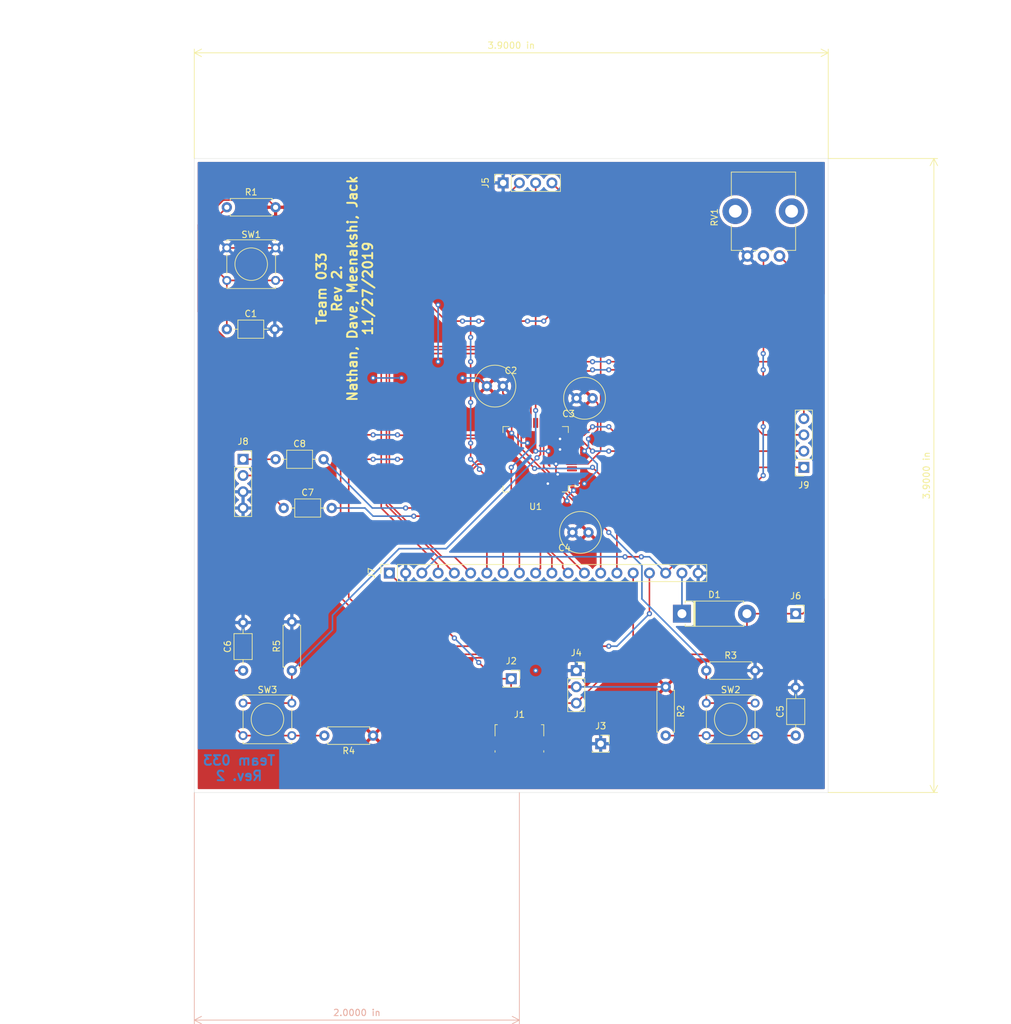
<source format=kicad_pcb>
(kicad_pcb (version 20171130) (host pcbnew 5.1.5-52549c5~84~ubuntu18.04.1)
  (layers (0 F.Cu signal) (31 B.Cu signal) (34 B.Paste user) (35 F.Paste user) (36 B.SilkS user) (37 F.SilkS user) (38 B.Mask user) (39 F.Mask user) (44 Edge.Cuts user))
  (net 0 "")
  (net 1 GND)
  (net 2 NRST)
  (net 3 VDD)
  (net 4 "Net-(C5-Pad1)")
  (net 5 "Net-(C6-Pad1)")
  (net 6 PA9)
  (net 7 "Net-(C7-Pad1)")
  (net 8 PA8)
  (net 9 "Net-(C8-Pad1)")
  (net 10 +5V)
  (net 11 "Net-(D1-Pad1)")
  (net 12 "Net-(J1-Pad4)")
  (net 13 PA14)
  (net 14 PA13)
  (net 15 "Net-(J7-Pad18)")
  (net 16 PB13)
  (net 17 PB12)
  (net 18 PB11)
  (net 19 PB10)
  (net 20 PB9)
  (net 21 PB8)
  (net 22 PB7)
  (net 23 PB6)
  (net 24 PB5)
  (net 25 PB4)
  (net 26 PB3)
  (net 27 PB2)
  (net 28 PB1)
  (net 29 PB0)
  (net 30 "Net-(J9-Pad4)")
  (net 31 "Net-(J9-Pad3)")
  (net 32 "Net-(J9-Pad2)")
  (net 33 "Net-(J9-Pad1)")
  (net 34 PA6)
  (net 35 PA7)
  (net 36 "Net-(U1-Pad54)")
  (net 37 "Net-(U1-Pad53)")
  (net 38 "Net-(U1-Pad52)")
  (net 39 "Net-(U1-Pad51)")
  (net 40 "Net-(U1-Pad50)")
  (net 41 "Net-(U1-Pad48)")
  (net 42 "Net-(U1-Pad47)")
  (net 43 "Net-(U1-Pad45)")
  (net 44 "Net-(U1-Pad44)")
  (net 45 "Net-(U1-Pad43)")
  (net 46 "Net-(U1-Pad40)")
  (net 47 "Net-(U1-Pad39)")
  (net 48 "Net-(U1-Pad38)")
  (net 49 "Net-(U1-Pad37)")
  (net 50 "Net-(U1-Pad36)")
  (net 51 "Net-(U1-Pad35)")
  (net 52 "Net-(U1-Pad25)")
  (net 53 "Net-(U1-Pad24)")
  (net 54 "Net-(U1-Pad21)")
  (net 55 "Net-(U1-Pad19)")
  (net 56 "Net-(U1-Pad18)")
  (net 57 "Net-(U1-Pad14)")
  (net 58 "Net-(U1-Pad11)")
  (net 59 "Net-(U1-Pad10)")
  (net 60 "Net-(U1-Pad9)")
  (net 61 "Net-(U1-Pad8)")
  (net 62 "Net-(U1-Pad6)")
  (net 63 "Net-(U1-Pad5)")
  (net 64 "Net-(U1-Pad4)")
  (net 65 "Net-(U1-Pad3)")
  (net 66 "Net-(U1-Pad2)")
  (module Capacitor_THT:C_Radial_D6.3mm_H5.0mm_P2.50mm (layer F.Cu) (at 149.86 92.71)
    (fp_text reference C2 (at 3.75 -2.42) (layer F.SilkS))
    (fp_text value C)
    (pad 2 thru_hole circle (at 2.5 0) (size 1.6 1.6) (drill 0.8) (layers *.Cu *.Mask) (net 1 GND))
    (pad 1 thru_hole circle (at 0 0) (size 1.6 1.6) (drill 0.8) (layers *.Cu *.Mask) (net 3 VDD))
  )
  (module Capacitor_THT:C_Radial_D6.3mm_H5.0mm_P2.50mm (layer F.Cu) (at 165.735 115.57 180)
    (fp_text reference C4 (at 3.75 -2.42) (layer F.SilkS))
    (fp_text value C)
    (pad 2 thru_hole circle (at 2.5 0 180) (size 1.6 1.6) (drill 0.8) (layers *.Cu *.Mask) (net 1 GND))
    (pad 1 thru_hole circle (at 0 0 180) (size 1.6 1.6) (drill 0.8) (layers *.Cu *.Mask) (net 3 VDD))
  )
  (module Capacitor_THT:C_Radial_D6.3mm_H5.0mm_P2.50mm (layer F.Cu) (at 166.37 94.615 180)
    (fp_text reference C3 (at 3.75 -2.42) (layer F.SilkS))
    (fp_text value C)
    (pad 2 thru_hole circle (at 2.5 0 180) (size 1.6 1.6) (drill 0.8) (layers *.Cu *.Mask) (net 1 GND))
    (pad 1 thru_hole circle (at 0 0 180) (size 1.6 1.6) (drill 0.8) (layers *.Cu *.Mask) (net 3 VDD))
  )
  (module Package_QFP:LQFP-64_10x10mm_P0.5mm (layer F.Cu) (at 157.48 104.14 180)
    (fp_text reference U1 (at 0 -7.4) (layer F.SilkS))
    (fp_text value STM32F051R8Tx)
    (pad 64 smd roundrect (at -3.75 -5.675 180) (size 0.3 1.55) (layers F.Cu F.Paste F.Mask) (net 3 VDD))
    (pad 63 smd roundrect (at -3.25 -5.675 180) (size 0.3 1.55) (layers F.Cu F.Paste F.Mask) (net 1 GND))
    (pad 62 smd roundrect (at -2.75 -5.675 180) (size 0.3 1.55) (layers F.Cu F.Paste F.Mask) (net 20 PB9))
    (pad 61 smd roundrect (at -2.25 -5.675 180) (size 0.3 1.55) (layers F.Cu F.Paste F.Mask) (net 21 PB8))
    (pad 60 smd roundrect (at -1.75 -5.675 180) (size 0.3 1.55) (layers F.Cu F.Paste F.Mask) (net 1 GND))
    (pad 59 smd roundrect (at -1.25 -5.675 180) (size 0.3 1.55) (layers F.Cu F.Paste F.Mask) (net 22 PB7))
    (pad 58 smd roundrect (at -0.75 -5.675 180) (size 0.3 1.55) (layers F.Cu F.Paste F.Mask) (net 23 PB6))
    (pad 57 smd roundrect (at -0.25 -5.675 180) (size 0.3 1.55) (layers F.Cu F.Paste F.Mask) (net 24 PB5))
    (pad 56 smd roundrect (at 0.25 -5.675 180) (size 0.3 1.55) (layers F.Cu F.Paste F.Mask) (net 25 PB4))
    (pad 55 smd roundrect (at 0.75 -5.675 180) (size 0.3 1.55) (layers F.Cu F.Paste F.Mask) (net 26 PB3))
    (pad 54 smd roundrect (at 1.25 -5.675 180) (size 0.3 1.55) (layers F.Cu F.Paste F.Mask) (net 36 "Net-(U1-Pad54)"))
    (pad 53 smd roundrect (at 1.75 -5.675 180) (size 0.3 1.55) (layers F.Cu F.Paste F.Mask) (net 37 "Net-(U1-Pad53)"))
    (pad 52 smd roundrect (at 2.25 -5.675 180) (size 0.3 1.55) (layers F.Cu F.Paste F.Mask) (net 38 "Net-(U1-Pad52)"))
    (pad 51 smd roundrect (at 2.75 -5.675 180) (size 0.3 1.55) (layers F.Cu F.Paste F.Mask) (net 39 "Net-(U1-Pad51)"))
    (pad 50 smd roundrect (at 3.25 -5.675 180) (size 0.3 1.55) (layers F.Cu F.Paste F.Mask) (net 40 "Net-(U1-Pad50)"))
    (pad 49 smd roundrect (at 3.75 -5.675 180) (size 0.3 1.55) (layers F.Cu F.Paste F.Mask) (net 13 PA14))
    (pad 48 smd roundrect (at 5.675 -3.75 180) (size 1.55 0.3) (layers F.Cu F.Paste F.Mask) (net 41 "Net-(U1-Pad48)"))
    (pad 47 smd roundrect (at 5.675 -3.25 180) (size 1.55 0.3) (layers F.Cu F.Paste F.Mask) (net 42 "Net-(U1-Pad47)"))
    (pad 46 smd roundrect (at 5.675 -2.75 180) (size 1.55 0.3) (layers F.Cu F.Paste F.Mask) (net 14 PA13))
    (pad 45 smd roundrect (at 5.675 -2.25 180) (size 1.55 0.3) (layers F.Cu F.Paste F.Mask) (net 43 "Net-(U1-Pad45)"))
    (pad 44 smd roundrect (at 5.675 -1.75 180) (size 1.55 0.3) (layers F.Cu F.Paste F.Mask) (net 44 "Net-(U1-Pad44)"))
    (pad 43 smd roundrect (at 5.675 -1.25 180) (size 1.55 0.3) (layers F.Cu F.Paste F.Mask) (net 45 "Net-(U1-Pad43)"))
    (pad 42 smd roundrect (at 5.675 -0.75 180) (size 1.55 0.3) (layers F.Cu F.Paste F.Mask) (net 6 PA9))
    (pad 41 smd roundrect (at 5.675 -0.25 180) (size 1.55 0.3) (layers F.Cu F.Paste F.Mask) (net 8 PA8))
    (pad 40 smd roundrect (at 5.675 0.25 180) (size 1.55 0.3) (layers F.Cu F.Paste F.Mask) (net 46 "Net-(U1-Pad40)"))
    (pad 39 smd roundrect (at 5.675 0.75 180) (size 1.55 0.3) (layers F.Cu F.Paste F.Mask) (net 47 "Net-(U1-Pad39)"))
    (pad 38 smd roundrect (at 5.675 1.25 180) (size 1.55 0.3) (layers F.Cu F.Paste F.Mask) (net 48 "Net-(U1-Pad38)"))
    (pad 37 smd roundrect (at 5.675 1.75 180) (size 1.55 0.3) (layers F.Cu F.Paste F.Mask) (net 49 "Net-(U1-Pad37)"))
    (pad 36 smd roundrect (at 5.675 2.25 180) (size 1.55 0.3) (layers F.Cu F.Paste F.Mask) (net 50 "Net-(U1-Pad36)"))
    (pad 35 smd roundrect (at 5.675 2.75 180) (size 1.55 0.3) (layers F.Cu F.Paste F.Mask) (net 51 "Net-(U1-Pad35)"))
    (pad 34 smd roundrect (at 5.675 3.25 180) (size 1.55 0.3) (layers F.Cu F.Paste F.Mask) (net 16 PB13))
    (pad 33 smd roundrect (at 5.675 3.75 180) (size 1.55 0.3) (layers F.Cu F.Paste F.Mask) (net 17 PB12))
    (pad 32 smd roundrect (at 3.75 5.675 180) (size 0.3 1.55) (layers F.Cu F.Paste F.Mask) (net 3 VDD))
    (pad 31 smd roundrect (at 3.25 5.675 180) (size 0.3 1.55) (layers F.Cu F.Paste F.Mask) (net 1 GND))
    (pad 30 smd roundrect (at 2.75 5.675 180) (size 0.3 1.55) (layers F.Cu F.Paste F.Mask) (net 18 PB11))
    (pad 29 smd roundrect (at 2.25 5.675 180) (size 0.3 1.55) (layers F.Cu F.Paste F.Mask) (net 19 PB10))
    (pad 28 smd roundrect (at 1.75 5.675 180) (size 0.3 1.55) (layers F.Cu F.Paste F.Mask) (net 27 PB2))
    (pad 27 smd roundrect (at 1.25 5.675 180) (size 0.3 1.55) (layers F.Cu F.Paste F.Mask) (net 28 PB1))
    (pad 26 smd roundrect (at 0.75 5.675 180) (size 0.3 1.55) (layers F.Cu F.Paste F.Mask) (net 29 PB0))
    (pad 25 smd roundrect (at 0.25 5.675 180) (size 0.3 1.55) (layers F.Cu F.Paste F.Mask) (net 52 "Net-(U1-Pad25)"))
    (pad 24 smd roundrect (at -0.25 5.675 180) (size 0.3 1.55) (layers F.Cu F.Paste F.Mask) (net 53 "Net-(U1-Pad24)"))
    (pad 23 smd roundrect (at -0.75 5.675 180) (size 0.3 1.55) (layers F.Cu F.Paste F.Mask) (net 35 PA7))
    (pad 22 smd roundrect (at -1.25 5.675 180) (size 0.3 1.55) (layers F.Cu F.Paste F.Mask) (net 34 PA6))
    (pad 21 smd roundrect (at -1.75 5.675 180) (size 0.3 1.55) (layers F.Cu F.Paste F.Mask) (net 54 "Net-(U1-Pad21)"))
    (pad 20 smd roundrect (at -2.25 5.675 180) (size 0.3 1.55) (layers F.Cu F.Paste F.Mask) (net 30 "Net-(J9-Pad4)"))
    (pad 19 smd roundrect (at -2.75 5.675 180) (size 0.3 1.55) (layers F.Cu F.Paste F.Mask) (net 55 "Net-(U1-Pad19)"))
    (pad 18 smd roundrect (at -3.25 5.675 180) (size 0.3 1.55) (layers F.Cu F.Paste F.Mask) (net 56 "Net-(U1-Pad18)"))
    (pad 17 smd roundrect (at -3.75 5.675 180) (size 0.3 1.55) (layers F.Cu F.Paste F.Mask) (net 31 "Net-(J9-Pad3)"))
    (pad 16 smd roundrect (at -5.675 3.75 180) (size 1.55 0.3) (layers F.Cu F.Paste F.Mask) (net 32 "Net-(J9-Pad2)"))
    (pad 15 smd roundrect (at -5.675 3.25 180) (size 1.55 0.3) (layers F.Cu F.Paste F.Mask) (net 33 "Net-(J9-Pad1)"))
    (pad 14 smd roundrect (at -5.675 2.75 180) (size 1.55 0.3) (layers F.Cu F.Paste F.Mask) (net 57 "Net-(U1-Pad14)"))
    (pad 13 smd roundrect (at -5.675 2.25 180) (size 1.55 0.3) (layers F.Cu F.Paste F.Mask) (net 3 VDD))
    (pad 12 smd roundrect (at -5.675 1.75 180) (size 1.55 0.3) (layers F.Cu F.Paste F.Mask) (net 1 GND))
    (pad 11 smd roundrect (at -5.675 1.25 180) (size 1.55 0.3) (layers F.Cu F.Paste F.Mask) (net 58 "Net-(U1-Pad11)"))
    (pad 10 smd roundrect (at -5.675 0.75 180) (size 1.55 0.3) (layers F.Cu F.Paste F.Mask) (net 59 "Net-(U1-Pad10)"))
    (pad 9 smd roundrect (at -5.675 0.25 180) (size 1.55 0.3) (layers F.Cu F.Paste F.Mask) (net 60 "Net-(U1-Pad9)"))
    (pad 8 smd roundrect (at -5.675 -0.25 180) (size 1.55 0.3) (layers F.Cu F.Paste F.Mask) (net 61 "Net-(U1-Pad8)"))
    (pad 7 smd roundrect (at -5.675 -0.75 180) (size 1.55 0.3) (layers F.Cu F.Paste F.Mask) (net 2 NRST))
    (pad 6 smd roundrect (at -5.675 -1.25 180) (size 1.55 0.3) (layers F.Cu F.Paste F.Mask) (net 62 "Net-(U1-Pad6)"))
    (pad 5 smd roundrect (at -5.675 -1.75 180) (size 1.55 0.3) (layers F.Cu F.Paste F.Mask) (net 63 "Net-(U1-Pad5)"))
    (pad 4 smd roundrect (at -5.675 -2.25 180) (size 1.55 0.3) (layers F.Cu F.Paste F.Mask) (net 64 "Net-(U1-Pad4)"))
    (pad 3 smd roundrect (at -5.675 -2.75 180) (size 1.55 0.3) (layers F.Cu F.Paste F.Mask) (net 65 "Net-(U1-Pad3)"))
    (pad 2 smd roundrect (at -5.675 -3.25 180) (size 1.55 0.3) (layers F.Cu F.Paste F.Mask) (net 66 "Net-(U1-Pad2)"))
    (pad 1 smd roundrect (at -5.675 -3.75 180) (size 1.55 0.3) (layers F.Cu F.Paste F.Mask) (net 3 VDD))
  )
  (module Button_Switch_THT:SW_Tactile_Straight_KSA0Axx1LFTR (layer F.Cu) (at 111.76 142.24)
    (fp_text reference SW3 (at 3.81 -2.08) (layer F.SilkS))
    (fp_text value SW_Push)
    (pad 2 thru_hole circle (at 0 5.08) (size 1.397 1.397) (drill 0.8128) (layers *.Cu *.Mask) (net 5 "Net-(C6-Pad1)"))
    (pad 1 thru_hole circle (at 0 0) (size 1.397 1.397) (drill 0.8128) (layers *.Cu *.Mask) (net 35 PA7))
    (pad 2 thru_hole circle (at 7.62 5.08) (size 1.397 1.397) (drill 0.8128) (layers *.Cu *.Mask) (net 5 "Net-(C6-Pad1)"))
    (pad 1 thru_hole circle (at 7.62 0) (size 1.397 1.397) (drill 0.8128) (layers *.Cu *.Mask) (net 35 PA7))
  )
  (module Button_Switch_THT:SW_Tactile_Straight_KSA0Axx1LFTR (layer F.Cu) (at 184.15 142.24)
    (fp_text reference SW2 (at 3.81 -2.08) (layer F.SilkS))
    (fp_text value SW_Push)
    (pad 2 thru_hole circle (at 0 5.08) (size 1.397 1.397) (drill 0.8128) (layers *.Cu *.Mask) (net 4 "Net-(C5-Pad1)"))
    (pad 1 thru_hole circle (at 0 0) (size 1.397 1.397) (drill 0.8128) (layers *.Cu *.Mask) (net 34 PA6))
    (pad 2 thru_hole circle (at 7.62 5.08) (size 1.397 1.397) (drill 0.8128) (layers *.Cu *.Mask) (net 4 "Net-(C5-Pad1)"))
    (pad 1 thru_hole circle (at 7.62 0) (size 1.397 1.397) (drill 0.8128) (layers *.Cu *.Mask) (net 34 PA6))
  )
  (module Button_Switch_THT:SW_Tactile_Straight_KSA0Axx1LFTR (layer F.Cu) (at 109.22 71.12)
    (fp_text reference SW1 (at 3.81 -2.08) (layer F.SilkS))
    (fp_text value SW_Push)
    (pad 2 thru_hole circle (at 0 5.08) (size 1.397 1.397) (drill 0.8128) (layers *.Cu *.Mask) (net 2 NRST))
    (pad 1 thru_hole circle (at 0 0) (size 1.397 1.397) (drill 0.8128) (layers *.Cu *.Mask) (net 1 GND))
    (pad 2 thru_hole circle (at 7.62 5.08) (size 1.397 1.397) (drill 0.8128) (layers *.Cu *.Mask) (net 2 NRST))
    (pad 1 thru_hole circle (at 7.62 0) (size 1.397 1.397) (drill 0.8128) (layers *.Cu *.Mask) (net 1 GND))
  )
  (module Potentiometer_THT:Potentiometer_Alps_RK09K_Single_Vertical (layer F.Cu) (at 195.58 72.39 90)
    (fp_text reference RV1 (at 6.05 -10.15 90) (layer F.SilkS))
    (fp_text value R_POT_US)
    (pad "" np_thru_hole circle (at 7 1.9 90) (size 4 4) (drill 2) (layers *.Cu *.Mask))
    (pad "" np_thru_hole circle (at 7 -6.9 90) (size 4 4) (drill 2) (layers *.Cu *.Mask))
    (pad 1 thru_hole circle (at 0 0 90) (size 1.8 1.8) (drill 1) (layers *.Cu *.Mask) (net 10 +5V))
    (pad 2 thru_hole circle (at 0 -2.5 90) (size 1.8 1.8) (drill 1) (layers *.Cu *.Mask) (net 15 "Net-(J7-Pad18)"))
    (pad 3 thru_hole circle (at 0 -5 90) (size 1.8 1.8) (drill 1) (layers *.Cu *.Mask) (net 1 GND))
  )
  (module Resistor_THT:R_Axial_DIN0207_L6.3mm_D2.5mm_P7.62mm_Horizontal (layer F.Cu) (at 119.38 137.16 90)
    (fp_text reference R5 (at 3.81 -2.37 90) (layer F.SilkS))
    (fp_text value R)
    (pad 2 thru_hole oval (at 7.62 0 90) (size 1.6 1.6) (drill 0.8) (layers *.Cu *.Mask) (net 1 GND))
    (pad 1 thru_hole circle (at 0 0 90) (size 1.6 1.6) (drill 0.8) (layers *.Cu *.Mask) (net 35 PA7))
  )
  (module Resistor_THT:R_Axial_DIN0207_L6.3mm_D2.5mm_P7.62mm_Horizontal (layer F.Cu) (at 132.08 147.32 180)
    (fp_text reference R4 (at 3.81 -2.37) (layer F.SilkS))
    (fp_text value R)
    (pad 2 thru_hole oval (at 7.62 0 180) (size 1.6 1.6) (drill 0.8) (layers *.Cu *.Mask) (net 5 "Net-(C6-Pad1)"))
    (pad 1 thru_hole circle (at 0 0 180) (size 1.6 1.6) (drill 0.8) (layers *.Cu *.Mask) (net 3 VDD))
  )
  (module Resistor_THT:R_Axial_DIN0207_L6.3mm_D2.5mm_P7.62mm_Horizontal (layer F.Cu) (at 184.15 137.16)
    (fp_text reference R3 (at 3.81 -2.37) (layer F.SilkS))
    (fp_text value R)
    (pad 2 thru_hole oval (at 7.62 0) (size 1.6 1.6) (drill 0.8) (layers *.Cu *.Mask) (net 1 GND))
    (pad 1 thru_hole circle (at 0 0) (size 1.6 1.6) (drill 0.8) (layers *.Cu *.Mask) (net 34 PA6))
  )
  (module Resistor_THT:R_Axial_DIN0207_L6.3mm_D2.5mm_P7.62mm_Horizontal (layer F.Cu) (at 177.8 139.7 270)
    (fp_text reference R2 (at 3.81 -2.37 90) (layer F.SilkS))
    (fp_text value R)
    (pad 2 thru_hole oval (at 7.62 0 270) (size 1.6 1.6) (drill 0.8) (layers *.Cu *.Mask) (net 4 "Net-(C5-Pad1)"))
    (pad 1 thru_hole circle (at 0 0 270) (size 1.6 1.6) (drill 0.8) (layers *.Cu *.Mask) (net 3 VDD))
  )
  (module Resistor_THT:R_Axial_DIN0207_L6.3mm_D2.5mm_P7.62mm_Horizontal (layer F.Cu) (at 109.22 64.77)
    (fp_text reference R1 (at 3.81 -2.37) (layer F.SilkS))
    (fp_text value 40000)
    (pad 2 thru_hole oval (at 7.62 0) (size 1.6 1.6) (drill 0.8) (layers *.Cu *.Mask) (net 3 VDD))
    (pad 1 thru_hole circle (at 0 0) (size 1.6 1.6) (drill 0.8) (layers *.Cu *.Mask) (net 2 NRST))
  )
  (module Connector_PinSocket_2.54mm:PinSocket_1x04_P2.54mm_Vertical (layer F.Cu) (at 199.39 105.41 180)
    (fp_text reference J9 (at 0 -2.77) (layer F.SilkS))
    (fp_text value Conn_01x04_Female)
    (pad 4 thru_hole oval (at 0 7.62 180) (size 1.7 1.7) (drill 1) (layers *.Cu *.Mask) (net 30 "Net-(J9-Pad4)"))
    (pad 3 thru_hole oval (at 0 5.08 180) (size 1.7 1.7) (drill 1) (layers *.Cu *.Mask) (net 31 "Net-(J9-Pad3)"))
    (pad 2 thru_hole oval (at 0 2.54 180) (size 1.7 1.7) (drill 1) (layers *.Cu *.Mask) (net 32 "Net-(J9-Pad2)"))
    (pad 1 thru_hole rect (at 0 0 180) (size 1.7 1.7) (drill 1) (layers *.Cu *.Mask) (net 33 "Net-(J9-Pad1)"))
  )
  (module Connector_PinSocket_2.54mm:PinSocket_1x04_P2.54mm_Vertical (layer F.Cu) (at 111.76 104.14)
    (fp_text reference J8 (at 0 -2.77) (layer F.SilkS))
    (fp_text value Conn_01x04_Female)
    (pad 4 thru_hole oval (at 0 7.62) (size 1.7 1.7) (drill 1) (layers *.Cu *.Mask) (net 1 GND))
    (pad 3 thru_hole oval (at 0 5.08) (size 1.7 1.7) (drill 1) (layers *.Cu *.Mask) (net 1 GND))
    (pad 2 thru_hole oval (at 0 2.54) (size 1.7 1.7) (drill 1) (layers *.Cu *.Mask) (net 7 "Net-(C7-Pad1)"))
    (pad 1 thru_hole rect (at 0 0) (size 1.7 1.7) (drill 1) (layers *.Cu *.Mask) (net 9 "Net-(C8-Pad1)"))
  )
  (module Connector_PinSocket_2.54mm:PinSocket_1x20_P2.54mm_Vertical (layer F.Cu) (at 134.62 121.92 90)
    (fp_text reference J7 (at 0 -2.77 90) (layer F.SilkS))
    (fp_text value Conn_01x20_Female)
    (pad 20 thru_hole oval (at 0 48.26 90) (size 1.7 1.7) (drill 1) (layers *.Cu *.Mask) (net 1 GND))
    (pad 19 thru_hole oval (at 0 45.72 90) (size 1.7 1.7) (drill 1) (layers *.Cu *.Mask) (net 11 "Net-(D1-Pad1)"))
    (pad 18 thru_hole oval (at 0 43.18 90) (size 1.7 1.7) (drill 1) (layers *.Cu *.Mask) (net 15 "Net-(J7-Pad18)"))
    (pad 17 thru_hole oval (at 0 40.64 90) (size 1.7 1.7) (drill 1) (layers *.Cu *.Mask) (net 16 PB13))
    (pad 16 thru_hole oval (at 0 38.1 90) (size 1.7 1.7) (drill 1) (layers *.Cu *.Mask) (net 17 PB12))
    (pad 15 thru_hole oval (at 0 35.56 90) (size 1.7 1.7) (drill 1) (layers *.Cu *.Mask) (net 18 PB11))
    (pad 14 thru_hole oval (at 0 33.02 90) (size 1.7 1.7) (drill 1) (layers *.Cu *.Mask) (net 19 PB10))
    (pad 13 thru_hole oval (at 0 30.48 90) (size 1.7 1.7) (drill 1) (layers *.Cu *.Mask) (net 20 PB9))
    (pad 12 thru_hole oval (at 0 27.94 90) (size 1.7 1.7) (drill 1) (layers *.Cu *.Mask) (net 21 PB8))
    (pad 11 thru_hole oval (at 0 25.4 90) (size 1.7 1.7) (drill 1) (layers *.Cu *.Mask) (net 22 PB7))
    (pad 10 thru_hole oval (at 0 22.86 90) (size 1.7 1.7) (drill 1) (layers *.Cu *.Mask) (net 23 PB6))
    (pad 9 thru_hole oval (at 0 20.32 90) (size 1.7 1.7) (drill 1) (layers *.Cu *.Mask) (net 24 PB5))
    (pad 8 thru_hole oval (at 0 17.78 90) (size 1.7 1.7) (drill 1) (layers *.Cu *.Mask) (net 25 PB4))
    (pad 7 thru_hole oval (at 0 15.24 90) (size 1.7 1.7) (drill 1) (layers *.Cu *.Mask) (net 26 PB3))
    (pad 6 thru_hole oval (at 0 12.7 90) (size 1.7 1.7) (drill 1) (layers *.Cu *.Mask) (net 27 PB2))
    (pad 5 thru_hole oval (at 0 10.16 90) (size 1.7 1.7) (drill 1) (layers *.Cu *.Mask) (net 28 PB1))
    (pad 4 thru_hole oval (at 0 7.62 90) (size 1.7 1.7) (drill 1) (layers *.Cu *.Mask) (net 29 PB0))
    (pad 3 thru_hole oval (at 0 5.08 90) (size 1.7 1.7) (drill 1) (layers *.Cu *.Mask) (net 15 "Net-(J7-Pad18)"))
    (pad 2 thru_hole oval (at 0 2.54 90) (size 1.7 1.7) (drill 1) (layers *.Cu *.Mask) (net 1 GND))
    (pad 1 thru_hole rect (at 0 0 90) (size 1.7 1.7) (drill 1) (layers *.Cu *.Mask) (net 10 +5V))
  )
  (module Connector_PinSocket_2.54mm:PinSocket_1x01_P2.54mm_Vertical (layer F.Cu) (at 198.12 128.27)
    (fp_text reference J6 (at 0 -2.77) (layer F.SilkS))
    (fp_text value Conn_01x01_Female)
    (pad 1 thru_hole rect (at 0 0) (size 1.7 1.7) (drill 1) (layers *.Cu *.Mask) (net 10 +5V))
  )
  (module Connector_PinSocket_2.54mm:PinSocket_1x04_P2.54mm_Vertical (layer F.Cu) (at 152.4 60.96 90)
    (fp_text reference J5 (at 0 -2.77 90) (layer F.SilkS))
    (fp_text value Conn_01x04_Female)
    (pad 4 thru_hole oval (at 0 7.62 90) (size 1.7 1.7) (drill 1) (layers *.Cu *.Mask) (net 2 NRST))
    (pad 3 thru_hole oval (at 0 5.08 90) (size 1.7 1.7) (drill 1) (layers *.Cu *.Mask) (net 13 PA14))
    (pad 2 thru_hole oval (at 0 2.54 90) (size 1.7 1.7) (drill 1) (layers *.Cu *.Mask) (net 14 PA13))
    (pad 1 thru_hole rect (at 0 0 90) (size 1.7 1.7) (drill 1) (layers *.Cu *.Mask) (net 1 GND))
  )
  (module Connector_PinSocket_2.54mm:PinSocket_1x03_P2.54mm_Vertical (layer F.Cu) (at 163.83 137.16)
    (fp_text reference J4 (at 0 -2.77) (layer F.SilkS))
    (fp_text value Conn_01x03_Female)
    (pad 3 thru_hole oval (at 0 5.08) (size 1.7 1.7) (drill 1) (layers *.Cu *.Mask) (net 10 +5V))
    (pad 2 thru_hole oval (at 0 2.54) (size 1.7 1.7) (drill 1) (layers *.Cu *.Mask) (net 3 VDD))
    (pad 1 thru_hole rect (at 0 0) (size 1.7 1.7) (drill 1) (layers *.Cu *.Mask) (net 1 GND))
  )
  (module Connector_PinSocket_2.54mm:PinSocket_1x01_P2.54mm_Vertical (layer F.Cu) (at 167.64 148.59)
    (fp_text reference J3 (at 0 -2.77) (layer F.SilkS))
    (fp_text value Conn_01x01_Female)
    (pad 1 thru_hole rect (at 0 0) (size 1.7 1.7) (drill 1) (layers *.Cu *.Mask) (net 1 GND))
  )
  (module Connector_PinSocket_2.54mm:PinSocket_1x01_P2.54mm_Vertical (layer F.Cu) (at 153.67 138.43)
    (fp_text reference J2 (at 0 -2.77) (layer F.SilkS))
    (fp_text value Conn_01x01_Female)
    (pad 1 thru_hole rect (at 0 0) (size 1.7 1.7) (drill 1) (layers *.Cu *.Mask) (net 10 +5V))
  )
  (module Connector_USB:USB_Micro-B_Molex_47346-0001 (layer F.Cu) (at 154.94 147.32)
    (fp_text reference J1 (at 0 -3.3 180) (layer F.SilkS))
    (fp_text value USB_B_Micro)
    (pad 6 smd rect (at 1.55 1.2) (size 1 1.9) (layers F.Cu F.Paste F.Mask) (net 1 GND))
    (pad 6 smd rect (at -1.15 1.2) (size 1.8 1.9) (layers F.Cu F.Paste F.Mask) (net 1 GND))
    (pad 6 smd rect (at 3.375 1.2) (size 1.65 1.3) (layers F.Cu F.Paste F.Mask) (net 1 GND))
    (pad 6 smd rect (at -3.375 1.2) (size 1.65 1.3) (layers F.Cu F.Paste F.Mask) (net 1 GND))
    (pad 6 smd rect (at 2.4875 -1.375) (size 1.425 1.55) (layers F.Cu F.Paste F.Mask) (net 1 GND))
    (pad 6 smd rect (at -2.4875 -1.375) (size 1.425 1.55) (layers F.Cu F.Paste F.Mask) (net 1 GND))
    (pad 5 smd rect (at 1.3 -1.46) (size 0.45 1.38) (layers F.Cu F.Paste F.Mask) (net 1 GND))
    (pad 4 smd rect (at 0.65 -1.46) (size 0.45 1.38) (layers F.Cu F.Paste F.Mask) (net 12 "Net-(J1-Pad4)"))
    (pad 3 smd rect (at 0 -1.46) (size 0.45 1.38) (layers F.Cu F.Paste F.Mask) (net 1 GND))
    (pad 2 smd rect (at -0.65 -1.46) (size 0.45 1.38) (layers F.Cu F.Paste F.Mask) (net 1 GND))
    (pad 1 smd rect (at -1.3 -1.46) (size 0.45 1.38) (layers F.Cu F.Paste F.Mask) (net 10 +5V))
  )
  (module Diode_THT:D_5W_P10.16mm_Horizontal (layer F.Cu) (at 180.34 128.27)
    (fp_text reference D1 (at 5.08 -2.97) (layer F.SilkS))
    (fp_text value D)
    (pad 2 thru_hole oval (at 10.16 0) (size 2.8 2.8) (drill 1.4) (layers *.Cu *.Mask) (net 10 +5V))
    (pad 1 thru_hole rect (at 0 0) (size 2.8 2.8) (drill 1.4) (layers *.Cu *.Mask) (net 11 "Net-(D1-Pad1)"))
  )
  (module Capacitor_THT:C_Axial_L3.8mm_D2.6mm_P7.50mm_Horizontal (layer F.Cu) (at 116.84 104.14)
    (fp_text reference C8 (at 3.75 -2.42) (layer F.SilkS))
    (fp_text value C)
    (pad 2 thru_hole oval (at 7.5 0) (size 1.6 1.6) (drill 0.8) (layers *.Cu *.Mask) (net 8 PA8))
    (pad 1 thru_hole circle (at 0 0) (size 1.6 1.6) (drill 0.8) (layers *.Cu *.Mask) (net 9 "Net-(C8-Pad1)"))
  )
  (module Capacitor_THT:C_Axial_L3.8mm_D2.6mm_P7.50mm_Horizontal (layer F.Cu) (at 118.11 111.76)
    (fp_text reference C7 (at 3.75 -2.42) (layer F.SilkS))
    (fp_text value C)
    (pad 2 thru_hole oval (at 7.5 0) (size 1.6 1.6) (drill 0.8) (layers *.Cu *.Mask) (net 6 PA9))
    (pad 1 thru_hole circle (at 0 0) (size 1.6 1.6) (drill 0.8) (layers *.Cu *.Mask) (net 7 "Net-(C7-Pad1)"))
  )
  (module Capacitor_THT:C_Axial_L3.8mm_D2.6mm_P7.50mm_Horizontal (layer F.Cu) (at 111.76 137.16 90)
    (fp_text reference C6 (at 3.75 -2.42 90) (layer F.SilkS))
    (fp_text value C)
    (pad 2 thru_hole oval (at 7.5 0 90) (size 1.6 1.6) (drill 0.8) (layers *.Cu *.Mask) (net 1 GND))
    (pad 1 thru_hole circle (at 0 0 90) (size 1.6 1.6) (drill 0.8) (layers *.Cu *.Mask) (net 5 "Net-(C6-Pad1)"))
  )
  (module Capacitor_THT:C_Axial_L3.8mm_D2.6mm_P7.50mm_Horizontal (layer F.Cu) (at 198.12 147.32 90)
    (fp_text reference C5 (at 3.75 -2.42 90) (layer F.SilkS))
    (fp_text value C)
    (pad 2 thru_hole oval (at 7.5 0 90) (size 1.6 1.6) (drill 0.8) (layers *.Cu *.Mask) (net 1 GND))
    (pad 1 thru_hole circle (at 0 0 90) (size 1.6 1.6) (drill 0.8) (layers *.Cu *.Mask) (net 4 "Net-(C5-Pad1)"))
  )
  (module Capacitor_THT:C_Axial_L3.8mm_D2.6mm_P7.50mm_Horizontal (layer F.Cu) (at 109.22 83.82)
    (fp_text reference C1 (at 3.75 -2.42) (layer F.SilkS))
    (fp_text value 100nF)
    (pad 2 thru_hole oval (at 7.5 0) (size 1.6 1.6) (drill 0.8) (layers *.Cu *.Mask) (net 1 GND))
    (pad 1 thru_hole circle (at 0 0) (size 1.6 1.6) (drill 0.8) (layers *.Cu *.Mask) (net 2 NRST))
  )
  (gr_text "Team 033\nRev 2.\nNathan, Dave, Meenakshi, Jack\n11/27/2019" (at 127.635 77.47 90) (layer F.SilkS) (effects (font (size 1.5 1.5) (thickness 0.3))))
  (gr_text "Team 033\nRev. 2" (at 111.125 152.4) (layer B.Cu) (effects (font (size 1.5 1.5) (thickness 0.3)) (justify mirror)))
  (gr_text "Team 033\nRev. 2" (at 113.03 60.96) (layer F.Cu) (effects (font (size 1.5 1.5) (thickness 0.3))))
  (dimension 50.8 (width 0.12) (layer B.SilkS) (gr_text "50.800 mm" (at 129.54 193.04) (layer B.SilkS) (effects (font (size 1 1) (thickness 0.15)))) (feature1 (pts (xy 154.94 156.21) (xy 154.94 192.356421))) (feature2 (pts (xy 104.14 156.21) (xy 104.14 192.356421))) (crossbar (pts (xy 104.14 191.77) (xy 154.94 191.77))) (arrow1a (pts (xy 154.94 191.77) (xy 153.813496 192.356421))) (arrow1b (pts (xy 154.94 191.77) (xy 153.813496 191.183579))) (arrow2a (pts (xy 104.14 191.77) (xy 105.266504 192.356421))) (arrow2b (pts (xy 104.14 191.77) (xy 105.266504 191.183579))))
  (gr_line (start 104.14 156.21) (end 203.2 156.21) (layer Edge.Cuts) (width 0.05))
  (gr_line (start 104.14 156.21) (end 104.14 57.15) (layer Edge.Cuts) (width 0.05))
  (gr_line (start 203.2 57.15) (end 203.2 156.21) (layer Edge.Cuts) (width 0.05))
  (gr_line (start 104.14 57.15) (end 203.2 57.15) (layer Edge.Cuts) (width 0.05))
  (dimension 99.06 (width 0.12) (layer F.SilkS) (gr_text "99.060 mm" (at 220.98 106.68 270) (layer F.SilkS) (effects (font (size 1 1) (thickness 0.15)))) (feature1 (pts (xy 203.2 156.21) (xy 220.296421 156.21))) (feature2 (pts (xy 203.2 57.15) (xy 220.296421 57.15))) (crossbar (pts (xy 219.71 57.15) (xy 219.71 156.21))) (arrow1a (pts (xy 219.71 156.21) (xy 219.123579 155.083496))) (arrow1b (pts (xy 219.71 156.21) (xy 220.296421 155.083496))) (arrow2a (pts (xy 219.71 57.15) (xy 219.123579 58.276504))) (arrow2b (pts (xy 219.71 57.15) (xy 220.296421 58.276504))))
  (dimension 99.06 (width 0.12) (layer F.SilkS) (gr_text "99.060 mm" (at 153.67 39.37) (layer F.SilkS) (effects (font (size 1 1) (thickness 0.15)))) (feature1 (pts (xy 203.2 57.15) (xy 203.2 40.053579))) (feature2 (pts (xy 104.14 57.15) (xy 104.14 40.053579))) (crossbar (pts (xy 104.14 40.64) (xy 203.2 40.64))) (arrow1a (pts (xy 203.2 40.64) (xy 202.073496 41.226421))) (arrow1b (pts (xy 203.2 40.64) (xy 202.073496 40.053579))) (arrow2a (pts (xy 104.14 40.64) (xy 105.266504 41.226421))) (arrow2b (pts (xy 104.14 40.64) (xy 105.266504 40.053579))))
  (segment (start 109.22 71.12) (end 116.84 71.12) (width 0.25) (layer F.Cu) (net 1))
  (segment (start 158.385 148.59) (end 158.315 148.52) (width 0.25) (layer F.Cu) (net 1))
  (segment (start 167.64 148.59) (end 158.385 148.59) (width 0.25) (layer F.Cu) (net 1))
  (segment (start 156.49 148.52) (end 158.315 148.52) (width 0.25) (layer F.Cu) (net 1))
  (segment (start 156.49 146.11) (end 156.24 145.86) (width 0.25) (layer F.Cu) (net 1))
  (segment (start 156.49 148.52) (end 156.49 146.11) (width 0.25) (layer F.Cu) (net 1))
  (segment (start 156.325 145.945) (end 156.24 145.86) (width 0.25) (layer F.Cu) (net 1))
  (segment (start 157.4275 145.945) (end 156.325 145.945) (width 0.25) (layer F.Cu) (net 1))
  (segment (start 154.29 146.8) (end 154.29 145.86) (width 0.25) (layer F.Cu) (net 1))
  (segment (start 154.214999 146.875001) (end 154.29 146.8) (width 0.25) (layer F.Cu) (net 1))
  (segment (start 152.4525 146.172502) (end 153.154999 146.875001) (width 0.25) (layer F.Cu) (net 1))
  (segment (start 153.154999 146.875001) (end 154.214999 146.875001) (width 0.25) (layer F.Cu) (net 1))
  (segment (start 152.4525 145.945) (end 152.4525 146.172502) (width 0.25) (layer F.Cu) (net 1))
  (segment (start 154.29 145.86) (end 154.94 145.86) (width 0.25) (layer F.Cu) (net 1))
  (segment (start 156.24 146.8) (end 156.24 145.86) (width 0.25) (layer F.Cu) (net 1))
  (segment (start 156.164999 146.875001) (end 156.24 146.8) (width 0.25) (layer F.Cu) (net 1))
  (segment (start 155.015001 146.875001) (end 156.164999 146.875001) (width 0.25) (layer F.Cu) (net 1))
  (segment (start 154.94 146.8) (end 155.015001 146.875001) (width 0.25) (layer F.Cu) (net 1))
  (segment (start 154.94 145.86) (end 154.94 146.8) (width 0.25) (layer F.Cu) (net 1))
  (segment (start 154.29 148.02) (end 153.79 148.52) (width 0.25) (layer F.Cu) (net 1))
  (segment (start 154.29 145.86) (end 154.29 148.02) (width 0.25) (layer F.Cu) (net 1))
  (segment (start 151.565 148.52) (end 153.79 148.52) (width 0.25) (layer F.Cu) (net 1))
  (segment (start 154.23 98.465) (end 154.23 97.624298) (width 0.25) (layer F.Cu) (net 1))
  (via (at 161.29 102.615) (size 0.8) (drill 0.4) (layers F.Cu B.Cu) (net 1))
  (segment (start 163.155 102.39) (end 161.515 102.39) (width 0.25) (layer F.Cu) (net 1))
  (segment (start 161.515 102.39) (end 161.29 102.615) (width 0.25) (layer F.Cu) (net 1))
  (segment (start 161.29 102.615) (end 160.655 103.25) (width 0.25) (layer B.Cu) (net 1))
  (via (at 160.655 104.854802) (size 0.8) (drill 0.4) (layers F.Cu B.Cu) (net 1))
  (segment (start 160.655 103.25) (end 160.655 104.854802) (width 0.25) (layer B.Cu) (net 1))
  (via (at 160.922187 106.504769) (size 0.8) (drill 0.4) (layers F.Cu B.Cu) (net 1))
  (segment (start 160.655 104.854802) (end 160.655 106.237582) (width 0.25) (layer F.Cu) (net 1))
  (segment (start 160.655 106.237582) (end 160.922187 106.504769) (width 0.25) (layer F.Cu) (net 1))
  (via (at 159.385 107.95) (size 0.8) (drill 0.4) (layers F.Cu B.Cu) (net 1))
  (segment (start 160.922187 106.504769) (end 160.830231 106.504769) (width 0.25) (layer B.Cu) (net 1))
  (segment (start 160.830231 106.504769) (end 159.385 107.95) (width 0.25) (layer B.Cu) (net 1))
  (segment (start 159.23 108.105) (end 159.23 109.815) (width 0.25) (layer F.Cu) (net 1))
  (segment (start 159.385 107.95) (end 159.23 108.105) (width 0.25) (layer F.Cu) (net 1))
  (segment (start 159.950685 107.95) (end 159.385 107.95) (width 0.25) (layer F.Cu) (net 1))
  (segment (start 160.73 108.729315) (end 159.950685 107.95) (width 0.25) (layer F.Cu) (net 1))
  (segment (start 160.73 109.815) (end 160.73 108.729315) (width 0.25) (layer F.Cu) (net 1))
  (segment (start 160.73 113.7) (end 161.33 114.3) (width 0.25) (layer F.Cu) (net 1))
  (segment (start 160.73 109.815) (end 160.73 113.7) (width 0.25) (layer F.Cu) (net 1))
  (via (at 161.29 100.965) (size 0.8) (drill 0.4) (layers F.Cu B.Cu) (net 1))
  (segment (start 162.05499 100.20001) (end 161.29 100.965) (width 0.25) (layer F.Cu) (net 1))
  (segment (start 163.87 94.615) (end 162.05499 96.43001) (width 0.25) (layer F.Cu) (net 1))
  (segment (start 162.05499 96.43001) (end 162.05499 100.20001) (width 0.25) (layer F.Cu) (net 1))
  (segment (start 161.29 100.965) (end 161.29 102.615) (width 0.25) (layer B.Cu) (net 1))
  (segment (start 154.25499 98.44001) (end 154.23 98.465) (width 0.25) (layer F.Cu) (net 1))
  (segment (start 152.36 92.71) (end 152.36 93.84137) (width 0.25) (layer F.Cu) (net 1))
  (segment (start 154.25499 95.73636) (end 154.25499 98.44001) (width 0.25) (layer F.Cu) (net 1))
  (segment (start 152.36 93.84137) (end 154.25499 95.73636) (width 0.25) (layer F.Cu) (net 1))
  (segment (start 161.965 114.3) (end 163.235 115.57) (width 0.25) (layer F.Cu) (net 1))
  (segment (start 161.33 114.3) (end 161.965 114.3) (width 0.25) (layer F.Cu) (net 1))
  (segment (start 162.289308 104.86501) (end 165.64499 104.86501) (width 0.25) (layer F.Cu) (net 2))
  (segment (start 163.155 104.89) (end 162.314298 104.89) (width 0.25) (layer F.Cu) (net 2))
  (segment (start 162.314298 104.89) (end 162.289308 104.86501) (width 0.25) (layer F.Cu) (net 2))
  (segment (start 165.64499 104.86501) (end 167.64 102.87) (width 0.25) (layer F.Cu) (net 2))
  (segment (start 167.64 68.58) (end 160.02 60.96) (width 0.25) (layer F.Cu) (net 2))
  (segment (start 109.22 64.77) (end 105.41 68.58) (width 0.25) (layer F.Cu) (net 2))
  (segment (start 105.41 68.58) (end 105.41 72.39) (width 0.25) (layer F.Cu) (net 2))
  (segment (start 105.41 72.39) (end 109.22 76.2) (width 0.25) (layer F.Cu) (net 2))
  (segment (start 109.22 76.2) (end 116.84 76.2) (width 0.25) (layer F.Cu) (net 2))
  (segment (start 109.22 83.82) (end 109.22 76.2) (width 0.25) (layer F.Cu) (net 2))
  (segment (start 116.84 76.2) (end 137.16 76.2) (width 0.25) (layer F.Cu) (net 2))
  (via (at 146.05 82.55) (size 0.8) (drill 0.4) (layers F.Cu B.Cu) (net 2))
  (segment (start 137.16 76.2) (end 143.51 82.55) (width 0.25) (layer F.Cu) (net 2))
  (segment (start 143.51 82.55) (end 146.05 82.55) (width 0.25) (layer F.Cu) (net 2))
  (via (at 148.59 82.55) (size 0.8) (drill 0.4) (layers F.Cu B.Cu) (net 2))
  (segment (start 146.05 82.55) (end 148.59 82.55) (width 0.25) (layer B.Cu) (net 2))
  (via (at 156.21 82.55) (size 0.8) (drill 0.4) (layers F.Cu B.Cu) (net 2))
  (segment (start 148.59 82.55) (end 156.21 82.55) (width 0.25) (layer F.Cu) (net 2))
  (via (at 158.75 82.55) (size 0.8) (drill 0.4) (layers F.Cu B.Cu) (net 2))
  (segment (start 156.21 82.55) (end 158.75 82.55) (width 0.25) (layer B.Cu) (net 2))
  (segment (start 158.75 82.55) (end 167.64 73.66) (width 0.25) (layer F.Cu) (net 2))
  (segment (start 167.64 102.87) (end 167.64 73.66) (width 0.25) (layer F.Cu) (net 2))
  (segment (start 167.64 73.66) (end 167.64 68.58) (width 0.25) (layer F.Cu) (net 2))
  (segment (start 163.83 139.7) (end 160.02 139.7) (width 0.25) (layer F.Cu) (net 3))
  (via (at 157.48 137.16) (size 0.8) (drill 0.4) (layers F.Cu B.Cu) (net 3))
  (segment (start 160.02 139.7) (end 157.48 137.16) (width 0.25) (layer F.Cu) (net 3))
  (segment (start 163.83 139.7) (end 177.8 139.7) (width 0.25) (layer B.Cu) (net 3))
  (via (at 142.24 80.01) (size 0.8) (drill 0.4) (layers F.Cu B.Cu) (net 3))
  (segment (start 116.84 64.77) (end 127 64.77) (width 0.25) (layer F.Cu) (net 3))
  (segment (start 127 64.77) (end 142.24 80.01) (width 0.25) (layer F.Cu) (net 3))
  (segment (start 142.24 80.01) (end 142.24 88.9) (width 0.25) (layer B.Cu) (net 3))
  (via (at 142.24 88.9) (size 0.8) (drill 0.4) (layers F.Cu B.Cu) (net 3))
  (segment (start 161.29 109.875) (end 161.23 109.815) (width 0.25) (layer F.Cu) (net 3))
  (segment (start 163.155 101.89) (end 164.12 101.89) (width 0.25) (layer F.Cu) (net 3))
  (segment (start 164.12 101.89) (end 165.1 102.87) (width 0.25) (layer F.Cu) (net 3))
  (segment (start 165.1 102.87) (end 165.1 102.87) (width 0.25) (layer F.Cu) (net 3))
  (via (at 165.1 102.87) (size 0.8) (drill 0.4) (layers F.Cu B.Cu) (net 3))
  (segment (start 167.095001 104.865001) (end 167.095001 105.954999) (width 0.25) (layer B.Cu) (net 3))
  (via (at 165.1 107.95) (size 0.8) (drill 0.4) (layers F.Cu B.Cu) (net 3))
  (segment (start 167.095001 105.954999) (end 165.1 107.95) (width 0.25) (layer B.Cu) (net 3))
  (segment (start 165.1 102.87) (end 167.095001 104.865001) (width 0.25) (layer B.Cu) (net 3))
  (segment (start 165.1 107.95) (end 165.19 108.04) (width 0.25) (layer F.Cu) (net 3))
  (segment (start 153.73 98.465) (end 153.73 100.055) (width 0.25) (layer F.Cu) (net 3))
  (via (at 156.21 101.6) (size 0.8) (drill 0.4) (layers F.Cu B.Cu) (net 3))
  (segment (start 155.275 101.6) (end 156.21 101.6) (width 0.25) (layer B.Cu) (net 3))
  (via (at 157.48 102.87) (size 0.8) (drill 0.4) (layers F.Cu B.Cu) (net 3))
  (segment (start 156.21 101.6) (end 157.48 102.87) (width 0.25) (layer F.Cu) (net 3))
  (via (at 159.455 102.87) (size 0.8) (drill 0.4) (layers F.Cu B.Cu) (net 3))
  (segment (start 157.48 102.87) (end 159.455 102.87) (width 0.25) (layer B.Cu) (net 3))
  (segment (start 160.435 101.89) (end 163.155 101.89) (width 0.25) (layer F.Cu) (net 3))
  (segment (start 159.455 102.87) (end 160.435 101.89) (width 0.25) (layer F.Cu) (net 3))
  (segment (start 144.235001 135.164999) (end 156.119999 135.164999) (width 0.25) (layer F.Cu) (net 3))
  (segment (start 132.08 147.32) (end 144.235001 135.164999) (width 0.25) (layer F.Cu) (net 3))
  (segment (start 157.48 136.525) (end 157.48 137.16) (width 0.25) (layer F.Cu) (net 3))
  (segment (start 156.119999 135.164999) (end 157.48 136.525) (width 0.25) (layer F.Cu) (net 3))
  (segment (start 161.23 111.7) (end 163.83 114.3) (width 0.25) (layer F.Cu) (net 3))
  (segment (start 161.23 109.815) (end 161.23 111.7) (width 0.25) (layer F.Cu) (net 3))
  (segment (start 151.765 96.5) (end 153.73 98.465) (width 0.25) (layer F.Cu) (net 3))
  (segment (start 151.765 94.615) (end 151.765 96.5) (width 0.25) (layer F.Cu) (net 3))
  (segment (start 154.005 100.33) (end 155.275 101.6) (width 0.25) (layer B.Cu) (net 3))
  (segment (start 153.73 100.055) (end 153.73 100.055) (width 0.25) (layer F.Cu) (net 3))
  (via (at 153.73 100.055) (size 0.8) (drill 0.4) (layers F.Cu B.Cu) (net 3))
  (segment (start 167.169999 99.530001) (end 165.735 100.965) (width 0.25) (layer F.Cu) (net 3))
  (via (at 165.735 100.965) (size 0.8) (drill 0.4) (layers F.Cu B.Cu) (net 3))
  (segment (start 166.37 94.615) (end 167.169999 95.414999) (width 0.25) (layer F.Cu) (net 3))
  (segment (start 167.169999 95.414999) (end 167.169999 99.530001) (width 0.25) (layer F.Cu) (net 3))
  (segment (start 165.735 102.235) (end 165.1 102.87) (width 0.25) (layer B.Cu) (net 3))
  (segment (start 165.735 100.965) (end 165.735 102.235) (width 0.25) (layer B.Cu) (net 3))
  (segment (start 151.765 94.615) (end 149.86 92.71) (width 0.25) (layer F.Cu) (net 3))
  (segment (start 164.465 114.3) (end 165.735 115.57) (width 0.25) (layer F.Cu) (net 3))
  (segment (start 163.83 114.3) (end 164.465 114.3) (width 0.25) (layer F.Cu) (net 3))
  (segment (start 108.679999 63.644999) (end 104.775 67.549998) (width 0.25) (layer F.Cu) (net 3))
  (segment (start 116.84 64.77) (end 115.714999 63.644999) (width 0.25) (layer F.Cu) (net 3))
  (segment (start 115.714999 63.644999) (end 108.679999 63.644999) (width 0.25) (layer F.Cu) (net 3))
  (segment (start 104.775 67.549998) (end 104.775 73.025) (width 0.25) (layer F.Cu) (net 3))
  (via (at 132.08 91.44) (size 0.8) (drill 0.4) (layers F.Cu B.Cu) (net 3))
  (segment (start 115.174998 91.44) (end 132.08 91.44) (width 0.25) (layer F.Cu) (net 3))
  (segment (start 104.775 73.025) (end 104.775 81.040002) (width 0.25) (layer F.Cu) (net 3))
  (segment (start 104.775 81.040002) (end 115.174998 91.44) (width 0.25) (layer F.Cu) (net 3))
  (via (at 136.525 91.44) (size 0.8) (drill 0.4) (layers F.Cu B.Cu) (net 3))
  (segment (start 132.08 91.44) (end 136.525 91.44) (width 0.25) (layer B.Cu) (net 3))
  (via (at 146.05 91.44) (size 0.8) (drill 0.4) (layers F.Cu B.Cu) (net 3))
  (segment (start 136.525 91.44) (end 146.05 91.44) (width 0.25) (layer F.Cu) (net 3))
  (segment (start 148.59 91.44) (end 149.86 92.71) (width 0.25) (layer B.Cu) (net 3))
  (segment (start 146.05 91.44) (end 148.59 91.44) (width 0.25) (layer B.Cu) (net 3))
  (segment (start 165.04 107.89) (end 165.1 107.95) (width 0.25) (layer F.Cu) (net 3))
  (segment (start 163.155 107.89) (end 165.04 107.89) (width 0.25) (layer F.Cu) (net 3))
  (via (at 162.390198 110.659802) (size 0.8) (drill 0.4) (layers F.Cu B.Cu) (net 3))
  (segment (start 161.23 109.815) (end 161.545396 109.815) (width 0.25) (layer F.Cu) (net 3))
  (segment (start 161.545396 109.815) (end 162.390198 110.659802) (width 0.25) (layer F.Cu) (net 3))
  (via (at 163.416209 108.998791) (size 0.8) (drill 0.4) (layers F.Cu B.Cu) (net 3))
  (segment (start 162.390198 110.659802) (end 162.390198 110.024802) (width 0.25) (layer B.Cu) (net 3))
  (segment (start 162.390198 110.024802) (end 163.416209 108.998791) (width 0.25) (layer B.Cu) (net 3))
  (segment (start 163.416209 108.151209) (end 163.155 107.89) (width 0.25) (layer F.Cu) (net 3))
  (segment (start 163.416209 108.998791) (end 163.416209 108.151209) (width 0.25) (layer F.Cu) (net 3))
  (segment (start 191.77 147.32) (end 198.12 147.32) (width 0.25) (layer F.Cu) (net 4))
  (segment (start 191.77 147.32) (end 184.15 147.32) (width 0.25) (layer F.Cu) (net 4))
  (segment (start 177.8 147.32) (end 184.15 147.32) (width 0.25) (layer F.Cu) (net 4))
  (segment (start 111.76 137.16) (end 110.49 137.16) (width 0.25) (layer F.Cu) (net 5))
  (segment (start 110.49 137.16) (end 107.95 139.7) (width 0.25) (layer F.Cu) (net 5))
  (segment (start 107.95 143.51) (end 111.76 147.32) (width 0.25) (layer F.Cu) (net 5))
  (segment (start 107.95 139.7) (end 107.95 143.51) (width 0.25) (layer F.Cu) (net 5))
  (segment (start 111.76 147.32) (end 119.38 147.32) (width 0.25) (layer F.Cu) (net 5))
  (segment (start 119.38 147.32) (end 124.46 147.32) (width 0.25) (layer F.Cu) (net 5))
  (via (at 138.43 113.03) (size 0.8) (drill 0.4) (layers F.Cu B.Cu) (net 6))
  (segment (start 142.87641 113.03) (end 138.43 113.03) (width 0.25) (layer F.Cu) (net 6))
  (segment (start 146.500009 109.406401) (end 142.87641 113.03) (width 0.25) (layer F.Cu) (net 6))
  (segment (start 146.50001 106.8664) (end 146.500009 109.406401) (width 0.25) (layer F.Cu) (net 6))
  (segment (start 151.805 104.89) (end 148.47641 104.89) (width 0.25) (layer F.Cu) (net 6))
  (segment (start 148.47641 104.89) (end 146.50001 106.8664) (width 0.25) (layer F.Cu) (net 6))
  (segment (start 138.43 113.03) (end 132.08 113.03) (width 0.25) (layer B.Cu) (net 6))
  (segment (start 130.81 111.76) (end 125.61 111.76) (width 0.25) (layer B.Cu) (net 6))
  (segment (start 132.08 113.03) (end 130.81 111.76) (width 0.25) (layer B.Cu) (net 6))
  (segment (start 113.03 106.68) (end 118.11 111.76) (width 0.25) (layer F.Cu) (net 7))
  (segment (start 111.76 106.68) (end 113.03 106.68) (width 0.25) (layer F.Cu) (net 7))
  (segment (start 124.34 104.14) (end 131.96 111.76) (width 0.25) (layer B.Cu) (net 8))
  (via (at 137.16 111.76) (size 0.8) (drill 0.4) (layers F.Cu B.Cu) (net 8))
  (segment (start 131.96 111.76) (end 137.16 111.76) (width 0.25) (layer B.Cu) (net 8))
  (segment (start 150.88 104.39) (end 151.805 104.39) (width 0.25) (layer F.Cu) (net 8))
  (segment (start 137.16 111.76) (end 143.51 111.76) (width 0.25) (layer F.Cu) (net 8))
  (segment (start 143.51 111.76) (end 146.05 109.22) (width 0.25) (layer F.Cu) (net 8))
  (segment (start 146.05 109.22) (end 146.05 106.68) (width 0.25) (layer F.Cu) (net 8))
  (segment (start 146.05 106.68) (end 148.36499 104.36501) (width 0.25) (layer F.Cu) (net 8))
  (segment (start 148.38998 104.39) (end 151.805 104.39) (width 0.25) (layer F.Cu) (net 8))
  (segment (start 148.36499 104.36501) (end 148.38998 104.39) (width 0.25) (layer F.Cu) (net 8))
  (segment (start 111.76 104.14) (end 116.84 104.14) (width 0.25) (layer F.Cu) (net 9))
  (segment (start 195.58 72.39) (end 201.93 78.74) (width 0.25) (layer F.Cu) (net 10))
  (segment (start 199.22 128.27) (end 198.12 128.27) (width 0.25) (layer F.Cu) (net 10))
  (segment (start 201.93 125.56) (end 199.22 128.27) (width 0.25) (layer F.Cu) (net 10))
  (segment (start 201.93 78.74) (end 201.93 125.56) (width 0.25) (layer F.Cu) (net 10))
  (segment (start 153.64 138.46) (end 153.67 138.43) (width 0.25) (layer F.Cu) (net 10))
  (segment (start 153.64 145.86) (end 153.64 138.46) (width 0.25) (layer F.Cu) (net 10))
  (segment (start 153.64 144.92) (end 153.64 145.86) (width 0.25) (layer F.Cu) (net 10))
  (segment (start 156.32 142.24) (end 153.64 144.92) (width 0.25) (layer F.Cu) (net 10))
  (segment (start 163.83 142.24) (end 156.32 142.24) (width 0.25) (layer F.Cu) (net 10))
  (segment (start 190.5 128.27) (end 198.12 128.27) (width 0.25) (layer F.Cu) (net 10))
  (segment (start 190.5 128.27) (end 190.5 132.08) (width 0.25) (layer F.Cu) (net 10))
  (segment (start 190.5 132.08) (end 187.96 134.62) (width 0.25) (layer F.Cu) (net 10))
  (segment (start 171.45 134.62) (end 163.83 142.24) (width 0.25) (layer F.Cu) (net 10))
  (segment (start 187.96 134.62) (end 171.45 134.62) (width 0.25) (layer F.Cu) (net 10))
  (via (at 148.59 135.89) (size 0.8) (drill 0.4) (layers F.Cu B.Cu) (net 10))
  (segment (start 153.67 138.43) (end 151.13 138.43) (width 0.25) (layer F.Cu) (net 10))
  (segment (start 151.13 138.43) (end 148.59 135.89) (width 0.25) (layer F.Cu) (net 10))
  (segment (start 148.59 135.89) (end 144.78 132.08) (width 0.25) (layer B.Cu) (net 10))
  (via (at 144.78 132.08) (size 0.8) (drill 0.4) (layers F.Cu B.Cu) (net 10))
  (segment (start 144.78 132.08) (end 134.62 121.92) (width 0.25) (layer F.Cu) (net 10))
  (segment (start 180.34 128.27) (end 180.34 121.92) (width 0.25) (layer B.Cu) (net 11))
  (via (at 157.48 96.52) (size 0.8) (drill 0.4) (layers F.Cu B.Cu) (net 13))
  (segment (start 157.48 60.96) (end 157.48 96.52) (width 0.25) (layer F.Cu) (net 13))
  (via (at 153.67 105.41) (size 0.8) (drill 0.4) (layers F.Cu B.Cu) (net 13))
  (segment (start 157.48 96.52) (end 157.48 101.6) (width 0.25) (layer B.Cu) (net 13))
  (segment (start 157.48 101.6) (end 153.67 105.41) (width 0.25) (layer B.Cu) (net 13))
  (segment (start 153.67 109.755) (end 153.73 109.815) (width 0.25) (layer F.Cu) (net 13))
  (segment (start 153.67 105.41) (end 153.67 109.755) (width 0.25) (layer F.Cu) (net 13))
  (via (at 148.683358 105.708358) (size 0.8) (drill 0.4) (layers F.Cu B.Cu) (net 14))
  (segment (start 151.805 106.89) (end 149.865 106.89) (width 0.25) (layer F.Cu) (net 14))
  (segment (start 149.865 106.89) (end 148.683358 105.708358) (width 0.25) (layer F.Cu) (net 14))
  (via (at 147.32 104.14) (size 0.8) (drill 0.4) (layers F.Cu B.Cu) (net 14))
  (segment (start 148.683358 105.708358) (end 148.683358 105.503358) (width 0.25) (layer B.Cu) (net 14))
  (segment (start 148.683358 105.503358) (end 147.32 104.14) (width 0.25) (layer B.Cu) (net 14))
  (via (at 147.32 101.615) (size 0.8) (drill 0.4) (layers F.Cu B.Cu) (net 14))
  (segment (start 147.32 104.14) (end 147.32 101.615) (width 0.25) (layer F.Cu) (net 14))
  (via (at 147.32 95.25) (size 0.8) (drill 0.4) (layers F.Cu B.Cu) (net 14))
  (segment (start 147.32 101.615) (end 147.32 95.25) (width 0.25) (layer B.Cu) (net 14))
  (via (at 147.32 88.9) (size 0.8) (drill 0.4) (layers F.Cu B.Cu) (net 14))
  (segment (start 147.32 95.25) (end 147.32 88.9) (width 0.25) (layer F.Cu) (net 14))
  (via (at 147.32 85.09) (size 0.8) (drill 0.4) (layers F.Cu B.Cu) (net 14))
  (segment (start 147.32 88.9) (end 147.32 85.09) (width 0.25) (layer B.Cu) (net 14))
  (segment (start 147.32 68.58) (end 154.94 60.96) (width 0.25) (layer F.Cu) (net 14))
  (segment (start 147.32 85.09) (end 147.32 68.58) (width 0.25) (layer F.Cu) (net 14))
  (segment (start 193.08 72.39) (end 193.08 87.59) (width 0.25) (layer F.Cu) (net 15))
  (via (at 193.04 87.63) (size 0.8) (drill 0.4) (layers F.Cu B.Cu) (net 15))
  (segment (start 193.08 87.59) (end 193.04 87.63) (width 0.25) (layer F.Cu) (net 15))
  (via (at 193.04 90.17) (size 0.8) (drill 0.4) (layers F.Cu B.Cu) (net 15))
  (segment (start 193.04 87.63) (end 193.04 90.17) (width 0.25) (layer B.Cu) (net 15))
  (via (at 193.04 99.06) (size 0.8) (drill 0.4) (layers F.Cu B.Cu) (net 15))
  (segment (start 193.04 90.17) (end 193.04 99.06) (width 0.25) (layer F.Cu) (net 15))
  (via (at 193.04 106.68) (size 0.8) (drill 0.4) (layers F.Cu B.Cu) (net 15))
  (segment (start 193.04 99.06) (end 193.04 106.68) (width 0.25) (layer B.Cu) (net 15))
  (segment (start 193.04 106.68) (end 177.8 121.92) (width 0.25) (layer F.Cu) (net 15))
  (via (at 171.45 119.38) (size 0.8) (drill 0.4) (layers F.Cu B.Cu) (net 15))
  (segment (start 139.7 121.92) (end 142.24 119.38) (width 0.25) (layer B.Cu) (net 15))
  (segment (start 142.24 119.38) (end 171.45 119.38) (width 0.25) (layer B.Cu) (net 15))
  (via (at 173.99 119.38) (size 0.8) (drill 0.4) (layers F.Cu B.Cu) (net 15))
  (segment (start 171.45 119.38) (end 173.99 119.38) (width 0.25) (layer F.Cu) (net 15))
  (segment (start 175.26 119.38) (end 177.8 121.92) (width 0.25) (layer B.Cu) (net 15))
  (segment (start 173.99 119.38) (end 175.26 119.38) (width 0.25) (layer B.Cu) (net 15))
  (segment (start 141.485002 104.14) (end 135.89 104.14) (width 0.25) (layer F.Cu) (net 16))
  (segment (start 151.805 100.89) (end 144.735002 100.89) (width 0.25) (layer F.Cu) (net 16))
  (via (at 135.89 104.14) (size 0.8) (drill 0.4) (layers F.Cu B.Cu) (net 16))
  (segment (start 144.735002 100.89) (end 141.485002 104.14) (width 0.25) (layer F.Cu) (net 16))
  (segment (start 135.89 104.14) (end 132.08 104.14) (width 0.25) (layer B.Cu) (net 16))
  (via (at 132.08 104.14) (size 0.8) (drill 0.4) (layers F.Cu B.Cu) (net 16))
  (segment (start 132.08 104.14) (end 129.54 104.14) (width 0.25) (layer F.Cu) (net 16))
  (segment (start 129.54 104.14) (end 128.27 105.41) (width 0.25) (layer F.Cu) (net 16))
  (segment (start 128.27 105.41) (end 128.27 125.73) (width 0.25) (layer F.Cu) (net 16))
  (via (at 168.91 133.35) (size 0.8) (drill 0.4) (layers F.Cu B.Cu) (net 16))
  (segment (start 128.27 125.73) (end 135.89 133.35) (width 0.25) (layer F.Cu) (net 16))
  (segment (start 135.89 133.35) (end 168.91 133.35) (width 0.25) (layer F.Cu) (net 16))
  (segment (start 168.91 133.35) (end 170.18 133.35) (width 0.25) (layer B.Cu) (net 16))
  (via (at 175.26 128.27) (size 0.8) (drill 0.4) (layers F.Cu B.Cu) (net 16))
  (segment (start 170.18 133.35) (end 175.26 128.27) (width 0.25) (layer B.Cu) (net 16))
  (segment (start 175.26 128.27) (end 175.26 121.92) (width 0.25) (layer F.Cu) (net 16))
  (via (at 135.89 100.33) (size 0.8) (drill 0.4) (layers F.Cu B.Cu) (net 17))
  (segment (start 151.805 100.39) (end 135.95 100.39) (width 0.25) (layer F.Cu) (net 17))
  (segment (start 135.95 100.39) (end 135.89 100.33) (width 0.25) (layer F.Cu) (net 17))
  (via (at 132.08 100.33) (size 0.8) (drill 0.4) (layers F.Cu B.Cu) (net 17))
  (segment (start 135.89 100.33) (end 132.08 100.33) (width 0.25) (layer B.Cu) (net 17))
  (segment (start 130.81 100.33) (end 127 104.14) (width 0.25) (layer F.Cu) (net 17))
  (segment (start 170.18 134.62) (end 172.72 132.08) (width 0.25) (layer F.Cu) (net 17))
  (segment (start 132.08 100.33) (end 130.81 100.33) (width 0.25) (layer F.Cu) (net 17))
  (segment (start 127 104.14) (end 127 125.73) (width 0.25) (layer F.Cu) (net 17))
  (segment (start 127 125.73) (end 135.89 134.62) (width 0.25) (layer F.Cu) (net 17))
  (segment (start 172.72 132.08) (end 172.72 121.92) (width 0.25) (layer F.Cu) (net 17))
  (segment (start 135.89 134.62) (end 170.18 134.62) (width 0.25) (layer F.Cu) (net 17))
  (via (at 157.310198 105.579802) (size 0.8) (drill 0.4) (layers F.Cu B.Cu) (net 18))
  (segment (start 154.73 98.465) (end 154.73 102.999604) (width 0.25) (layer F.Cu) (net 18))
  (segment (start 154.73 102.999604) (end 157.310198 105.579802) (width 0.25) (layer F.Cu) (net 18))
  (via (at 166.37 105.41) (size 0.8) (drill 0.4) (layers F.Cu B.Cu) (net 18))
  (segment (start 157.310198 105.579802) (end 166.200198 105.579802) (width 0.25) (layer B.Cu) (net 18))
  (segment (start 166.200198 105.579802) (end 166.37 105.41) (width 0.25) (layer B.Cu) (net 18))
  (segment (start 170.18 109.22) (end 170.18 121.92) (width 0.25) (layer F.Cu) (net 18))
  (segment (start 166.37 105.41) (end 170.18 109.22) (width 0.25) (layer F.Cu) (net 18))
  (segment (start 167.64 120.717919) (end 167.64 121.92) (width 0.25) (layer F.Cu) (net 19))
  (segment (start 167.64 114.884298) (end 167.64 120.717919) (width 0.25) (layer F.Cu) (net 19))
  (segment (start 155.23 102.474298) (end 167.64 114.884298) (width 0.25) (layer F.Cu) (net 19))
  (segment (start 155.23 98.465) (end 155.23 102.474298) (width 0.25) (layer F.Cu) (net 19))
  (segment (start 160.23 117.05) (end 165.1 121.92) (width 0.25) (layer F.Cu) (net 20))
  (segment (start 160.23 109.815) (end 160.23 117.05) (width 0.25) (layer F.Cu) (net 20))
  (segment (start 161.710001 121.070001) (end 162.56 121.92) (width 0.25) (layer F.Cu) (net 21))
  (segment (start 161.710001 120.433591) (end 161.710001 121.070001) (width 0.25) (layer F.Cu) (net 21))
  (segment (start 159.73 118.45359) (end 161.710001 120.433591) (width 0.25) (layer F.Cu) (net 21))
  (segment (start 159.73 109.815) (end 159.73 118.45359) (width 0.25) (layer F.Cu) (net 21))
  (segment (start 158.73 109.815) (end 158.73 118.09) (width 0.25) (layer F.Cu) (net 22))
  (segment (start 160.02 119.38) (end 160.02 121.92) (width 0.25) (layer F.Cu) (net 22))
  (segment (start 158.73 118.09) (end 160.02 119.38) (width 0.25) (layer F.Cu) (net 22))
  (segment (start 158.23 121.17) (end 157.48 121.92) (width 0.25) (layer F.Cu) (net 23))
  (segment (start 158.23 109.815) (end 158.23 121.17) (width 0.25) (layer F.Cu) (net 23))
  (segment (start 157.73 109.815) (end 157.73 111.51) (width 0.25) (layer F.Cu) (net 24))
  (segment (start 154.94 114.3) (end 154.94 121.92) (width 0.25) (layer F.Cu) (net 24))
  (segment (start 157.73 111.51) (end 154.94 114.3) (width 0.25) (layer F.Cu) (net 24))
  (segment (start 157.23 109.815) (end 157.23 110.792112) (width 0.25) (layer F.Cu) (net 25))
  (segment (start 152.4 115.622112) (end 152.4 121.92) (width 0.25) (layer F.Cu) (net 25))
  (segment (start 157.23 110.792112) (end 152.4 115.622112) (width 0.25) (layer F.Cu) (net 25))
  (segment (start 156.73 110.655702) (end 149.86 117.525702) (width 0.25) (layer F.Cu) (net 26))
  (segment (start 156.73 109.815) (end 156.73 110.655702) (width 0.25) (layer F.Cu) (net 26))
  (segment (start 149.86 117.525702) (end 149.86 121.92) (width 0.25) (layer F.Cu) (net 26))
  (segment (start 144.78 119.38) (end 147.32 121.92) (width 0.25) (layer F.Cu) (net 27))
  (segment (start 142.851 119.38) (end 144.78 119.38) (width 0.25) (layer F.Cu) (net 27))
  (segment (start 153.67 87.63) (end 137.16 87.63) (width 0.25) (layer F.Cu) (net 27))
  (segment (start 137.16 87.63) (end 134.62 90.17) (width 0.25) (layer F.Cu) (net 27))
  (segment (start 155.73 98.465) (end 155.73 89.69) (width 0.25) (layer F.Cu) (net 27))
  (segment (start 134.62 90.17) (end 134.62 111.149) (width 0.25) (layer F.Cu) (net 27))
  (segment (start 155.73 89.69) (end 153.67 87.63) (width 0.25) (layer F.Cu) (net 27))
  (segment (start 134.62 111.149) (end 142.851 119.38) (width 0.25) (layer F.Cu) (net 27))
  (segment (start 156.23 89.55359) (end 153.67 86.99359) (width 0.25) (layer F.Cu) (net 28))
  (segment (start 156.23 98.465) (end 156.23 89.55359) (width 0.25) (layer F.Cu) (net 28))
  (segment (start 143.904591 121.070001) (end 143.930001 121.070001) (width 0.25) (layer F.Cu) (net 28))
  (segment (start 134.169991 111.335401) (end 143.904591 121.070001) (width 0.25) (layer F.Cu) (net 28))
  (segment (start 143.930001 121.070001) (end 144.78 121.92) (width 0.25) (layer F.Cu) (net 28))
  (segment (start 134.16999 89.9836) (end 134.169991 111.335401) (width 0.25) (layer F.Cu) (net 28))
  (segment (start 137.16 86.99359) (end 134.16999 89.9836) (width 0.25) (layer F.Cu) (net 28))
  (segment (start 153.67 86.99359) (end 137.16 86.99359) (width 0.25) (layer F.Cu) (net 28))
  (segment (start 136.973599 86.543581) (end 133.35 90.16718) (width 0.25) (layer F.Cu) (net 29))
  (segment (start 156.73 98.465) (end 156.73 89.41718) (width 0.25) (layer F.Cu) (net 29))
  (segment (start 153.8564 86.54358) (end 136.973599 86.543581) (width 0.25) (layer F.Cu) (net 29))
  (segment (start 156.73 89.41718) (end 153.8564 86.54358) (width 0.25) (layer F.Cu) (net 29))
  (segment (start 133.35 90.16718) (end 133.35 111.76) (width 0.25) (layer F.Cu) (net 29))
  (segment (start 142.24 120.65) (end 142.24 121.92) (width 0.25) (layer F.Cu) (net 29))
  (segment (start 133.35 111.76) (end 142.24 120.65) (width 0.25) (layer F.Cu) (net 29))
  (segment (start 199.39 97.79) (end 199.39 90.17) (width 0.25) (layer F.Cu) (net 30))
  (via (at 168.91 88.9) (size 0.8) (drill 0.4) (layers F.Cu B.Cu) (net 30))
  (segment (start 199.39 90.17) (end 198.12 88.9) (width 0.25) (layer F.Cu) (net 30))
  (segment (start 198.12 88.9) (end 168.91 88.9) (width 0.25) (layer F.Cu) (net 30))
  (segment (start 168.91 88.9) (end 166.37 88.9) (width 0.25) (layer B.Cu) (net 30))
  (via (at 166.37 88.9) (size 0.8) (drill 0.4) (layers F.Cu B.Cu) (net 30))
  (segment (start 166.37 88.9) (end 161.29 88.9) (width 0.25) (layer F.Cu) (net 30))
  (segment (start 159.73 90.46) (end 159.73 98.465) (width 0.25) (layer F.Cu) (net 30))
  (segment (start 161.29 88.9) (end 159.73 90.46) (width 0.25) (layer F.Cu) (net 30))
  (via (at 166.37 90.17) (size 0.8) (drill 0.4) (layers F.Cu B.Cu) (net 31))
  (segment (start 166.37 90.17) (end 168.91 90.17) (width 0.25) (layer B.Cu) (net 31))
  (via (at 168.91 90.17) (size 0.8) (drill 0.4) (layers F.Cu B.Cu) (net 31))
  (segment (start 168.91 90.17) (end 182.88 90.17) (width 0.25) (layer F.Cu) (net 31))
  (segment (start 193.04 100.33) (end 199.39 100.33) (width 0.25) (layer F.Cu) (net 31))
  (segment (start 182.88 90.17) (end 193.04 100.33) (width 0.25) (layer F.Cu) (net 31))
  (segment (start 161.38 98.315) (end 161.23 98.465) (width 0.25) (layer F.Cu) (net 31))
  (segment (start 162.56 90.35) (end 161.38 91.53) (width 0.25) (layer F.Cu) (net 31))
  (segment (start 166.37 90.17) (end 166.19 90.35) (width 0.25) (layer F.Cu) (net 31))
  (segment (start 161.38 91.53) (end 161.38 98.315) (width 0.25) (layer F.Cu) (net 31))
  (segment (start 166.19 90.35) (end 162.56 90.35) (width 0.25) (layer F.Cu) (net 31))
  (via (at 166.37 99.06) (size 0.8) (drill 0.4) (layers F.Cu B.Cu) (net 32))
  (segment (start 163.155 100.39) (end 165.04 100.39) (width 0.25) (layer F.Cu) (net 32))
  (segment (start 165.04 100.39) (end 166.37 99.06) (width 0.25) (layer F.Cu) (net 32))
  (segment (start 166.37 99.06) (end 168.91 99.06) (width 0.25) (layer B.Cu) (net 32))
  (via (at 168.91 99.06) (size 0.8) (drill 0.4) (layers F.Cu B.Cu) (net 32))
  (segment (start 168.91 99.06) (end 172.72 102.87) (width 0.25) (layer F.Cu) (net 32))
  (segment (start 172.72 102.87) (end 199.39 102.87) (width 0.25) (layer F.Cu) (net 32))
  (via (at 166.37 102.87) (size 0.8) (drill 0.4) (layers F.Cu B.Cu) (net 33))
  (segment (start 163.155 100.89) (end 164.39 100.89) (width 0.25) (layer F.Cu) (net 33))
  (segment (start 164.39 100.89) (end 166.37 102.87) (width 0.25) (layer F.Cu) (net 33))
  (via (at 168.91 102.87) (size 0.8) (drill 0.4) (layers F.Cu B.Cu) (net 33))
  (segment (start 166.37 102.87) (end 168.91 102.87) (width 0.25) (layer B.Cu) (net 33))
  (segment (start 168.91 102.87) (end 170.18 102.87) (width 0.25) (layer F.Cu) (net 33))
  (segment (start 172.72 105.41) (end 199.39 105.41) (width 0.25) (layer F.Cu) (net 33))
  (segment (start 170.18 102.87) (end 172.72 105.41) (width 0.25) (layer F.Cu) (net 33))
  (via (at 168.91 115.57) (size 0.8) (drill 0.4) (layers F.Cu B.Cu) (net 34))
  (segment (start 168.91 115.517888) (end 168.91 115.57) (width 0.25) (layer F.Cu) (net 34))
  (segment (start 158.73 98.465) (end 158.73 105.337888) (width 0.25) (layer F.Cu) (net 34))
  (segment (start 158.73 105.337888) (end 168.91 115.517888) (width 0.25) (layer F.Cu) (net 34))
  (segment (start 184.15 136.02863) (end 184.15 137.16) (width 0.25) (layer B.Cu) (net 34))
  (segment (start 174.084999 125.963629) (end 184.15 136.02863) (width 0.25) (layer B.Cu) (net 34))
  (segment (start 174.084999 120.744999) (end 174.084999 125.963629) (width 0.25) (layer B.Cu) (net 34))
  (segment (start 168.91 115.57) (end 174.084999 120.744999) (width 0.25) (layer B.Cu) (net 34))
  (segment (start 184.15 142.24) (end 191.77 142.24) (width 0.25) (layer F.Cu) (net 34))
  (segment (start 184.15 142.24) (end 184.15 137.16) (width 0.25) (layer F.Cu) (net 34))
  (via (at 157.700504 103.919496) (size 0.8) (drill 0.4) (layers F.Cu B.Cu) (net 35))
  (segment (start 158.23 98.465) (end 158.23 103.39) (width 0.25) (layer F.Cu) (net 35))
  (segment (start 158.23 103.39) (end 157.700504 103.919496) (width 0.25) (layer F.Cu) (net 35))
  (segment (start 125.73 128.524998) (end 125.73 130.81) (width 0.25) (layer B.Cu) (net 35))
  (segment (start 136.144998 118.11) (end 125.73 128.524998) (width 0.25) (layer B.Cu) (net 35))
  (segment (start 125.73 130.81) (end 119.38 137.16) (width 0.25) (layer B.Cu) (net 35))
  (segment (start 157.700504 103.919496) (end 143.51 118.11) (width 0.25) (layer B.Cu) (net 35))
  (segment (start 143.51 118.11) (end 136.144998 118.11) (width 0.25) (layer B.Cu) (net 35))
  (segment (start 111.76 142.24) (end 119.38 142.24) (width 0.25) (layer F.Cu) (net 35))
  (segment (start 119.38 137.16) (end 119.38 142.24) (width 0.25) (layer F.Cu) (net 35))
  (zone (net 3) (net_name VDD) (layer F.Cu) (connect_pads (clearance 0.508)) (min_thickness 0.254) (fill yes (arc_segments 32) (thermal_gap 0.508) (thermal_bridge_width 0.508))
    (polygon (pts (xy 225.425 160.02) (xy 83.185 165.735) (xy 89.535 45.72) (xy 231.775 44.45)))
  )
  (zone (net 1) (net_name GND) (layer B.Cu) (connect_pads (clearance 0.508)) (min_thickness 0.254) (fill yes (arc_segments 32) (thermal_gap 0.508) (thermal_bridge_width 0.508))
    (polygon (pts (xy 220.345 35.56) (xy 225.425 164.465) (xy 78.74 164.465) (xy 82.55 32.385)))
  )
)
</source>
